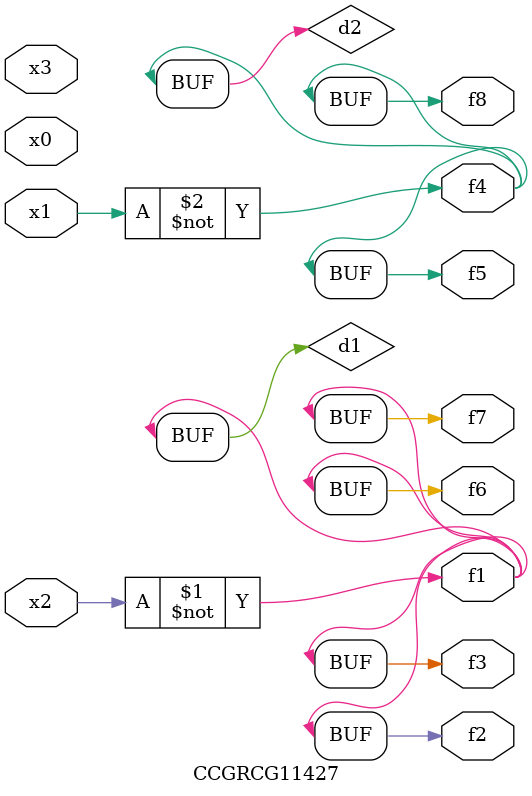
<source format=v>
module CCGRCG11427(
	input x0, x1, x2, x3,
	output f1, f2, f3, f4, f5, f6, f7, f8
);

	wire d1, d2;

	xnor (d1, x2);
	not (d2, x1);
	assign f1 = d1;
	assign f2 = d1;
	assign f3 = d1;
	assign f4 = d2;
	assign f5 = d2;
	assign f6 = d1;
	assign f7 = d1;
	assign f8 = d2;
endmodule

</source>
